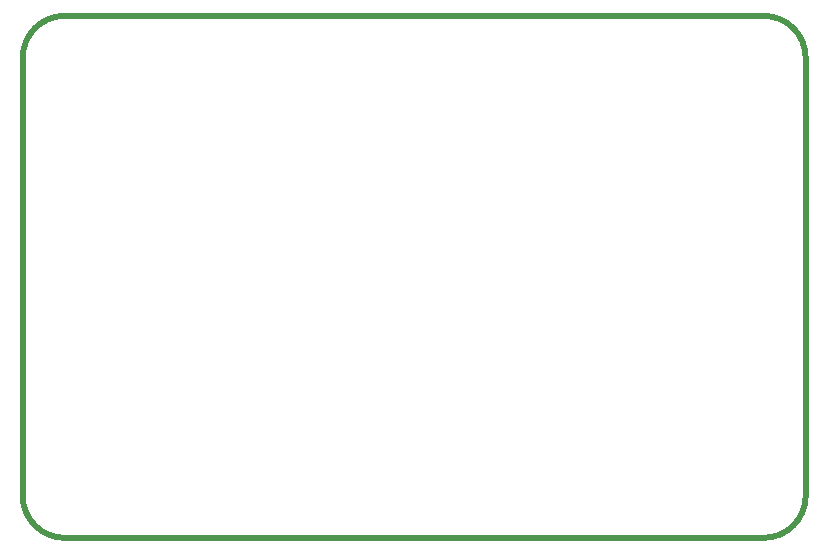
<source format=gm1>
G04*
G04 #@! TF.GenerationSoftware,Altium Limited,Altium Designer,23.4.1 (23)*
G04*
G04 Layer_Color=16711935*
%FSLAX44Y44*%
%MOMM*%
G71*
G04*
G04 #@! TF.SameCoordinates,574EF0A3-D4D7-4E79-882F-14C39876F300*
G04*
G04*
G04 #@! TF.FilePolarity,Positive*
G04*
G01*
G75*
%ADD41C,0.5000*%
D41*
X284480Y568960D02*
G03*
X320040Y533400I35560J-0D01*
G01*
X911860D02*
G03*
X947420Y568960I0J35560D01*
G01*
Y939800D02*
G03*
X911860Y975360I-35560J0D01*
G01*
X320040D02*
G03*
X284480Y939800I-0J-35560D01*
G01*
X320040Y533400D02*
X911860D01*
X284480Y568960D02*
Y939800D01*
X947420Y568960D02*
Y939800D01*
X320040Y975360D02*
X911860D01*
M02*

</source>
